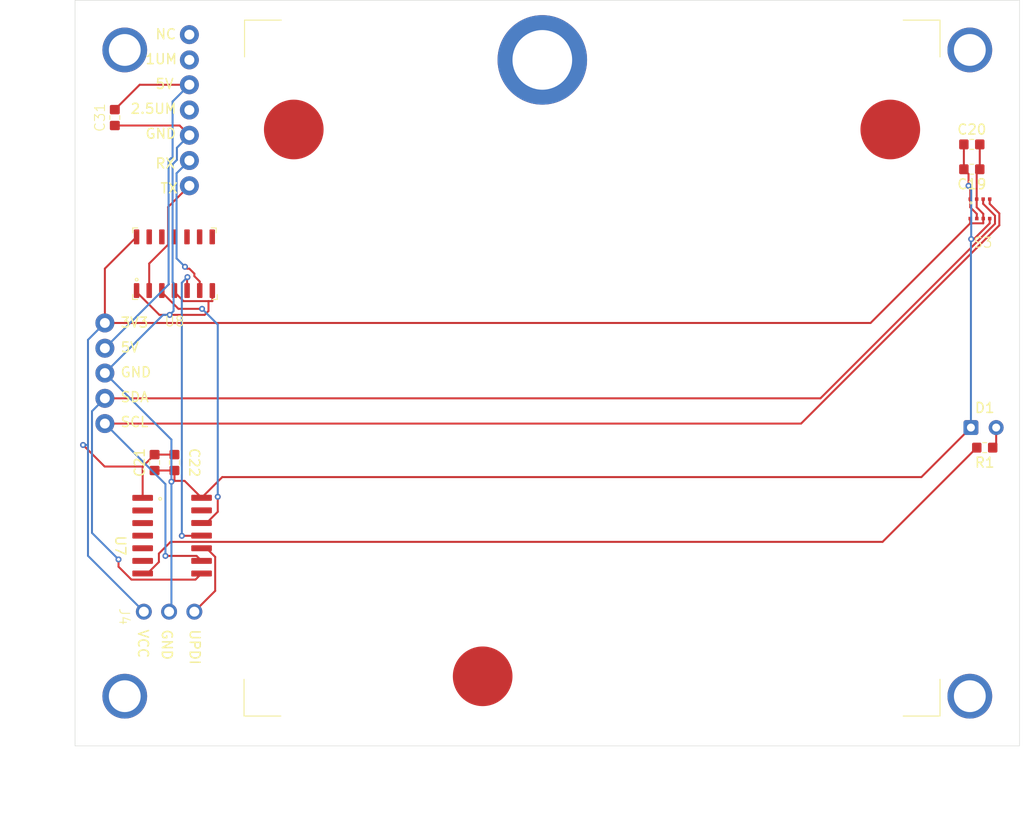
<source format=kicad_pcb>
(kicad_pcb (version 20241229) (generator "pcbnew") (generator_version "9.0")
  (layers (0 "F.Cu" signal) (2 "B.Cu" signal) (13 "F.Paste" user) (15 "B.Paste" user) (5 "F.SilkS" user "F.Silkscreen") (7 "B.SilkS" user "B.Silkscreen") (1 "F.Mask" user) (3 "B.Mask" user) (25 "Edge.Cuts" user))
  (net 0 "")
  (net 1 "3V3")
  (net 2 "GND")
  (net 3 "5V")
  (net 4 "SCL")
  (net 5 "SDA")
  (net 6 "UPDI")
  (net 9 "PM_TX")
  (net 11 "PM_RX")
  (net 17 "AT_CLIM_RX")
  (net 19 "AT_CLIM_TX")
  (net 20 "Net-(D1-A)")
  (net 27 "STATUS_LED")
  (footprint "air_sens_foots:mounting_hole" (layer "F.Cu") (at 116.9 145.7)
    (property "Reference" "REF**" (hide yes))
    (property "Value" "mounting_hole")
    (pad "" thru_hole circle (at 0.1 -9.7) (size 4.5 4.5) (drill 3.2) (layers "*.Cu" "*.Mask"))
  )
  (footprint "common:C_0603" (layer "F.Cu") (at 116 77.8 90)
    (property "Reference" "C31" (at 0 -1.5 90) (layer "F.SilkS") (effects (font (thickness 0.1))))
    (property "Value" "100nF")
    (fp_line (start -0.2 -0.5) (end 0.2 -0.5) (stroke (width 0.1)) (layer "F.SilkS"))
    (fp_line (start -0.2 0.5) (end 0.2 0.5) (stroke (width 0.1)) (layer "F.SilkS"))
    (pad "1" smd roundrect (at -0.8 0 90) (size 0.95 1) (layers "F.Cu" "F.Mask" "F.Paste") (roundrect_rratio 0.15) (net 2 "GND"))
    (pad "2" smd roundrect (at 0.8 0 90) (size 0.95 1) (layers "F.Cu" "F.Mask" "F.Paste") (roundrect_rratio 0.15) (net 3 "5V"))
  )
  (footprint "air_sens_foots:ATtiny_Programming_Header" (layer "F.Cu") (at 121.46 132)
    (property "Reference" "J4" (at -4.5 -4 270) (layer "F.SilkS") (effects (font (thickness 0.1))))
    (property "Value" "~")
    (fp_text user "GND" (at -0.8 -2.8 270) (layer "F.SilkS") (effects (justify left bottom)))
    (fp_text user "VCC" (at -3.2 -2.8 270) (layer "F.SilkS") (effects (justify left bottom)))
    (fp_text user "UPDI" (at 2 -2.8 270) (layer "F.SilkS") (effects (justify left bottom)))
    (pad "1" thru_hole circle (at -2.54 -4.5 90) (size 1.6 1.6) (drill 1) (layers "*.Cu" "*.Mask") (net 1 "3V3"))
    (pad "2" thru_hole circle (at 0 -4.5 90) (size 1.6 1.6) (drill 1) (layers "*.Cu" "*.Mask") (net 2 "GND"))
    (pad "3" thru_hole circle (at 2.54 -4.5 90) (size 1.6 1.6) (drill 1) (layers "*.Cu" "*.Mask") (net 6 "UPDI"))
  )
  (footprint "air_sens_foots:mounting_hole" (layer "F.Cu") (at 201.9 80.7)
    (property "Reference" "REF**" (hide yes))
    (property "Value" "mounting_hole")
    (pad "" thru_hole circle (at 0.1 -9.7) (size 4.5 4.5) (drill 3.2) (layers "*.Cu" "*.Mask"))
  )
  (footprint "air_sens_foots:ATtiny1614" (layer "F.Cu") (at 116.0625 120.85 -90)
    (property "Reference" "U7" (at 0 -0.5 270) (layer "F.SilkS"))
    (property "Value" "ATtiny1614")
    (fp_circle (center -4.7 -4.5) (end -4.6 -4.6) (stroke (width 0.1)) (fill no) (layer "F.SilkS"))
    (pad "1" smd roundrect (at -4.8 -2.7375) (size 2.075 0.6) (layers "F.Cu" "F.Mask" "F.Paste") (roundrect_rratio 0.15) (net 1 "3V3"))
    (pad "2" smd roundrect (at -3.53 -2.7375) (size 2.075 0.6) (layers "F.Cu" "F.Mask" "F.Paste") (roundrect_rratio 0.15))
    (pad "3" smd roundrect (at -2.26 -2.7375) (size 2.075 0.6) (layers "F.Cu" "F.Mask" "F.Paste") (roundrect_rratio 0.15))
    (pad "4" smd roundrect (at -0.995 -2.7375) (size 2.075 0.59) (layers "F.Cu" "F.Mask" "F.Paste") (roundrect_rratio 0.15))
    (pad "5" smd roundrect (at 0.27 -2.7375) (size 2.075 0.6) (layers "F.Cu" "F.Mask" "F.Paste") (roundrect_rratio 0.15))
    (pad "6" smd roundrect (at 1.54 -2.7375) (size 2.075 0.6) (layers "F.Cu" "F.Mask" "F.Paste") (roundrect_rratio 0.15))
    (pad "7" smd roundrect (at 2.805 -2.7375) (size 2.075 0.59) (layers "F.Cu" "F.Mask" "F.Paste") (roundrect_rratio 0.15) (net 27 "STATUS_LED"))
    (pad "8" smd roundrect (at 2.81 -8.6625) (size 2.075 0.6) (layers "F.Cu" "F.Mask" "F.Paste") (roundrect_rratio 0.15) (net 5 "SDA"))
    (pad "9" smd roundrect (at 1.54 -8.6625) (size 2.075 0.6) (layers "F.Cu" "F.Mask" "F.Paste") (roundrect_rratio 0.15) (net 4 "SCL"))
    (pad "10" smd roundrect (at 0.27 -8.6625) (size 2.075 0.6) (layers "F.Cu" "F.Mask" "F.Paste") (roundrect_rratio 0.15) (net 6 "UPDI"))
    (pad "11" smd roundrect (at -1 -8.6625) (size 2.075 0.6) (layers "F.Cu" "F.Mask" "F.Paste") (roundrect_rratio 0.15) (net 19 "AT_CLIM_TX"))
    (pad "12" smd roundrect (at -2.27 -8.6625) (size 2.075 0.6) (layers "F.Cu" "F.Mask" "F.Paste") (roundrect_rratio 0.15) (net 17 "AT_CLIM_RX"))
    (pad "13" smd roundrect (at -3.54 -8.6625) (size 2.075 0.6) (layers "F.Cu" "F.Mask" "F.Paste") (roundrect_rratio 0.15))
    (pad "14" smd roundrect (at -4.805 -8.6625) (size 2.075 0.61) (layers "F.Cu" "F.Mask" "F.Paste") (roundrect_rratio 0.15) (net 2 "GND"))
  )
  (footprint "common:C_0603" (layer "F.Cu") (at 120 112.5 90)
    (property "Reference" "C21" (at 0 -1.5 90) (layer "F.SilkS"))
    (property "Value" "100nF")
    (fp_line (start -0.2 -0.5) (end 0.2 -0.5) (stroke (width 0.1)) (layer "F.SilkS"))
    (fp_line (start -0.2 0.5) (end 0.2 0.5) (stroke (width 0.1)) (layer "F.SilkS"))
    (pad "1" smd roundrect (at -0.8 0 90) (size 0.95 1) (layers "F.Cu" "F.Mask" "F.Paste") (roundrect_rratio 0.15) (net 2 "GND"))
    (pad "2" smd roundrect (at 0.8 0 90) (size 0.95 1) (layers "F.Cu" "F.Mask" "F.Paste") (roundrect_rratio 0.15) (net 1 "3V3"))
  )
  (footprint "air_sens_foots:SN74LVC125" (layer "F.Cu") (at 122 92.5)
    (property "Reference" "U8" (at 0 5.8 0) (layer "F.SilkS") (effects (font (thickness 0.1))))
    (property "Value" "buffer")
    (fp_line (start -4.2 -3.6) (end -3.7 -3.6) (stroke (width 0.1)) (layer "F.SilkS"))
    (fp_line (start -4.2 -3.1) (end -4.2 -3.6) (stroke (width 0.1)) (layer "F.SilkS"))
    (fp_line (start -4.2 3.6) (end -4.2 3.1) (stroke (width 0.1)) (layer "F.SilkS"))
    (fp_line (start -3.7 3.6) (end -4.2 3.6) (stroke (width 0.1)) (layer "F.SilkS"))
    (fp_line (start 3.7 -3.6) (end 4.2 -3.6) (stroke (width 0.1)) (layer "F.SilkS"))
    (fp_line (start 4.2 -3.6) (end 4.2 -3.1) (stroke (width 0.1)) (layer "F.SilkS"))
    (fp_line (start 4.3 3.1) (end 4.3 3.6) (stroke (width 0.1)) (layer "F.SilkS"))
    (fp_line (start 4.3 3.6) (end 3.8 3.6) (stroke (width 0.1)) (layer "F.SilkS"))
    (fp_circle (center -3.8 1.6) (end -3.7 1.5) (stroke (width 0.1)) (fill no) (layer "F.SilkS"))
    (pad "1" smd roundrect (at -3.81 2.7) (size 0.55 1.5) (layers "F.Cu" "F.Mask" "F.Paste") (roundrect_rratio 0.15) (net 2 "GND") (clearance 0.07))
    (pad "2" smd roundrect (at -2.54 2.7) (size 0.55 1.5) (layers "F.Cu" "F.Mask" "F.Paste") (roundrect_rratio 0.15) (net 9 "PM_TX") (clearance 0.07))
    (pad "3" smd roundrect (at -1.27 2.7) (size 0.55 1.5) (layers "F.Cu" "F.Mask" "F.Paste") (roundrect_rratio 0.15) (net 17 "AT_CLIM_RX") (clearance 0.07))
    (pad "4" smd roundrect (at 0 2.7) (size 0.55 1.5) (layers "F.Cu" "F.Mask" "F.Paste") (roundrect_rratio 0.15) (net 2 "GND") (clearance 0.07))
    (pad "5" smd roundrect (at 1.27 2.7) (size 0.55 1.5) (layers "F.Cu" "F.Mask" "F.Paste") (roundrect_rratio 0.15) (net 19 "AT_CLIM_TX") (clearance 0.07))
    (pad "6" smd roundrect (at 2.54 2.7) (size 0.55 1.5) (layers "F.Cu" "F.Mask" "F.Paste") (roundrect_rratio 0.15) (net 11 "PM_RX") (clearance 0.07))
    (pad "7" smd roundrect (at 3.81 2.7) (size 0.55 1.5) (layers "F.Cu" "F.Mask" "F.Paste") (roundrect_rratio 0.15) (net 2 "GND") (clearance 0.07))
    (pad "8" smd roundrect (at 3.8 -2.7) (size 0.55 1.5) (layers "F.Cu" "F.Mask" "F.Paste") (roundrect_rratio 0.15) (clearance 0.07))
    (pad "9" smd roundrect (at 2.53 -2.7) (size 0.55 1.5) (layers "F.Cu" "F.Mask" "F.Paste") (roundrect_rratio 0.15) (clearance 0.07))
    (pad "10" smd roundrect (at 1.26 -2.7) (size 0.55 1.5) (layers "F.Cu" "F.Mask" "F.Paste") (roundrect_rratio 0.15) (clearance 0.07))
    (pad "11" smd roundrect (at -0.01 -2.7) (size 0.55 1.5) (layers "F.Cu" "F.Mask" "F.Paste") (roundrect_rratio 0.15) (clearance 0.07))
    (pad "12" smd roundrect (at -1.27 -2.7) (size 0.55 1.5) (layers "F.Cu" "F.Mask" "F.Paste") (roundrect_rratio 0.15) (clearance 0.07))
    (pad "13" smd roundrect (at -2.54 -2.7) (size 0.55 1.5) (layers "F.Cu" "F.Mask" "F.Paste") (roundrect_rratio 0.15) (clearance 0.07))
    (pad "14" smd roundrect (at -3.81 -2.7) (size 0.55 1.5) (layers "F.Cu" "F.Mask" "F.Paste") (roundrect_rratio 0.15) (net 1 "3V3") (clearance 0.07))
  )
  (footprint "air_sens_foots:BME280" (layer "F.Cu") (at 203.02 86.98)
    (property "Reference" "S3" (at 0.3 3.4 0) (layer "F.SilkS") (effects (font (thickness 0.1))))
    (property "Value" "BME280")
    (fp_circle (center -0.9 -0.6) (end -1 -0.6) (stroke (width 0.1)) (fill no) (layer "F.SilkS"))
    (pad "1" smd rect (at -0.98 -0.98 90) (size 0.35 0.35) (layers "F.Cu" "F.Mask" "F.Paste") (net 2 "GND"))
    (pad "2" smd rect (at -0.33 -0.98 90) (size 0.35 0.35) (layers "F.Cu" "F.Mask" "F.Paste") (net 1 "3V3"))
    (pad "3" smd rect (at 0.32 -0.98 180) (size 0.35 0.35) (layers "F.Cu" "F.Mask" "F.Paste") (net 5 "SDA"))
    (pad "4" smd rect (at 0.98 -0.98 90) (size 0.35 0.35) (layers "F.Cu" "F.Mask" "F.Paste") (net 4 "SCL"))
    (pad "5" smd rect (at 0.98 0.98 90) (size 0.35 0.35) (layers "F.Cu" "F.Mask" "F.Paste") (net 2 "GND"))
    (pad "6" smd rect (at 0.33 0.98 90) (size 0.35 0.35) (layers "F.Cu" "F.Mask" "F.Paste") (net 1 "3V3"))
    (pad "7" smd rect (at -0.32 0.98 90) (size 0.35 0.35) (layers "F.Cu" "F.Mask" "F.Paste") (net 2 "GND"))
    (pad "8" smd rect (at -0.98 0.98 90) (size 0.35 0.35) (layers "F.Cu" "F.Mask" "F.Paste") (net 1 "3V3"))
  )
  (footprint "air_sens_foots:GPIO_HEADER" (layer "F.Cu") (at 110.9 103.44 -90)
    (property "Reference" "G1" (hide yes))
    (property "Value" "~")
    (fp_text user "3V3" (at -4.44 -5.6 0) (layer "F.SilkS") (effects (justify left bottom)))
    (fp_text user "GND" (at 0.56 -5.6 0) (layer "F.SilkS") (effects (justify left bottom)))
    (fp_text user "SDA" (at 3.06 -5.6 0) (layer "F.SilkS") (effects (justify left bottom)))
    (fp_text user "5V" (at -1.94 -5.6 0) (layer "F.SilkS") (effects (justify left bottom)))
    (fp_text user "SCL" (at 5.56 -5.6 0) (layer "F.SilkS") (effects (justify left bottom)))
    (pad "1" thru_hole circle (at -4.98 -4.1 270) (size 1.905 1.905) (drill 1) (layers "*.Cu" "*.Mask") (net 1 "3V3"))
    (pad "2" thru_hole circle (at -2.44 -4.1 270) (size 1.905 1.905) (drill 1) (layers "*.Cu" "*.Mask") (net 3 "5V"))
    (pad "3" thru_hole circle (at 0.06 -4.1 270) (size 1.905 1.905) (drill 1) (layers "*.Cu" "*.Mask") (net 2 "GND"))
    (pad "4" thru_hole circle (at 2.6 -4.1 270) (size 1.905 1.905) (drill 1) (layers "*.Cu" "*.Mask") (net 5 "SDA"))
    (pad "5" thru_hole circle (at 5.14 -4.1 270) (size 1.905 1.905) (drill 1) (layers "*.Cu" "*.Mask") (net 4 "SCL"))
  )
  (footprint "air_sens_foots:mounting_hole" (layer "F.Cu") (at 116.9 80.7)
    (property "Reference" "REF**" (hide yes))
    (property "Value" "mounting_hole")
    (pad "" thru_hole circle (at 0.1 -9.7) (size 4.5 4.5) (drill 3.2) (layers "*.Cu" "*.Mask"))
  )
  (footprint "common:C_0603" (layer "F.Cu") (at 122 112.5 90)
    (property "Reference" "C22" (at 0 2 270) (layer "F.SilkS"))
    (property "Value" "100nF")
    (fp_line (start -0.2 -0.5) (end 0.2 -0.5) (stroke (width 0.1)) (layer "F.SilkS"))
    (fp_line (start -0.2 0.5) (end 0.2 0.5) (stroke (width 0.1)) (layer "F.SilkS"))
    (pad "1" smd roundrect (at -0.8 0 90) (size 0.95 1) (layers "F.Cu" "F.Mask" "F.Paste") (roundrect_rratio 0.15) (net 2 "GND"))
    (pad "2" smd roundrect (at 0.8 0 90) (size 0.95 1) (layers "F.Cu" "F.Mask" "F.Paste") (roundrect_rratio 0.15) (net 1 "3V3"))
  )
  (footprint "common:C_0603" (layer "F.Cu") (at 202.2 83 180)
    (property "Reference" "C19" (at 0 -1.5 0) (layer "F.SilkS"))
    (property "Value" "100nF")
    (fp_line (start -0.2 0.5) (end 0.2 0.5) (stroke (width 0.1)) (layer "F.SilkS"))
    (fp_line (start -0.2 -0.5) (end 0.2 -0.5) (stroke (width 0.1)) (layer "F.SilkS"))
    (pad "1" smd roundrect (at -0.8 0 180) (size 0.95 1) (layers "F.Cu" "F.Mask" "F.Paste") (roundrect_rratio 0.15) (net 1 "3V3"))
    (pad "2" smd roundrect (at 0.8 0 180) (size 0.95 1) (layers "F.Cu" "F.Mask" "F.Paste") (roundrect_rratio 0.15) (net 2 "GND"))
  )
  (footprint "air_sens_foots:SDS011" (layer "F.Cu") (at 122.2 75.74 -90)
    (property "Reference" "S4" (hide yes))
    (property "Value" "SDS011")
    (fp_text user "1UM" (at -3.24 3.2 0) (layer "F.SilkS") (effects (justify left bottom)))
    (fp_text user "NC" (at -5.74 2.2 0) (layer "F.SilkS") (effects (justify left bottom)))
    (fp_text user "GND" (at 4.26 3.2 0) (layer "F.SilkS") (effects (justify left bottom)))
    (fp_text user "2.5UM" (at 1.76 4.7 0) (layer "F.SilkS") (effects (justify left bottom)))
    (fp_text user "5V" (at -0.74 2.2 0) (layer "F.SilkS") (effects (justify left bottom)))
    (fp_text user "RX" (at 7.26 2.2 0) (layer "F.SilkS") (effects (justify left bottom)))
    (fp_text user "TX" (at 9.76 1.7 0) (layer "F.SilkS") (effects (justify left bottom)))
    (pad "1" thru_hole circle (at -6.28 -1.3 270) (size 1.905 1.905) (drill 1) (layers "*.Cu" "*.Mask"))
    (pad "2" thru_hole circle (at -3.74 -1.3 270) (size 1.905 1.905) (drill 1) (layers "*.Cu" "*.Mask"))
    (pad "3" thru_hole circle (at -1.24 -1.3 270) (size 1.905 1.905) (drill 1) (layers "*.Cu" "*.Mask") (net 3 "5V"))
    (pad "4" thru_hole circle (at 1.3 -1.3 270) (size 1.905 1.905) (drill 1) (layers "*.Cu" "*.Mask"))
    (pad "5" thru_hole circle (at 3.84 -1.3 270) (size 1.905 1.905) (drill 1) (layers "*.Cu" "*.Mask") (net 2 "GND"))
    (pad "6" thru_hole circle (at 6.38 -1.3 270) (size 1.905 1.905) (drill 1) (layers "*.Cu" "*.Mask") (net 11 "PM_RX"))
    (pad "7" thru_hole circle (at 8.92 -1.3 270) (size 1.905 1.905) (drill 1) (layers "*.Cu" "*.Mask") (net 9 "PM_TX"))
  )
  (footprint "air_sens_foots:mounting_hole" (layer "F.Cu") (at 201.9 145.7)
    (property "Reference" "REF**" (hide yes))
    (property "Value" "mounting_hole")
    (pad "" thru_hole circle (at 0.1 -9.7) (size 4.5 4.5) (drill 3.2) (layers "*.Cu" "*.Mask"))
  )
  (footprint "common:C_0603" (layer "F.Cu") (at 202.2 80.5)
    (property "Reference" "C20" (at 0 -1.5 0) (layer "F.SilkS"))
    (property "Value" "100nF")
    (fp_line (start -0.2 -0.5) (end 0.2 -0.5) (stroke (width 0.1)) (layer "F.SilkS"))
    (fp_line (start -0.2 0.5) (end 0.2 0.5) (stroke (width 0.1)) (layer "F.SilkS"))
    (pad "1" smd roundrect (at -0.8 0) (size 0.95 1) (layers "F.Cu" "F.Mask" "F.Paste") (roundrect_rratio 0.15) (net 2 "GND"))
    (pad "2" smd roundrect (at 0.8 0) (size 0.95 1) (layers "F.Cu" "F.Mask" "F.Paste") (roundrect_rratio 0.15) (net 1 "3V3"))
  )
  (footprint "common:LED_3mm_THT" (layer "F.Cu") (at 203.45 111.98)
    (property "Reference" "D1" (at 0.05 -4.98 0) (layer "F.SilkS"))
    (property "Value" "~")
    (pad "1" thru_hole roundrect (at -1.34 -3) (size 1.5 1.5) (drill 0.8) (layers "*.Cu" "*.Mask") (roundrect_rratio 0.1666666667) (net 2 "GND"))
    (pad "2" thru_hole circle (at 1.2 -3) (size 1.5 1.5) (drill 0.8) (layers "*.Cu" "*.Mask") (net 20 "Net-(D1-A)"))
  )
  (footprint "air_sens_foots:SDS011_MOUNT" (layer "F.Cu") (at 164 103)
    (property "Reference" "REF**" (hide yes))
    (property "Value" "SDS011_MOUNT")
    (fp_line (start -35 31.3) (end -35 35) (stroke (width 0.1)) (layer "F.SilkS"))
    (fp_line (start -34.95 -31.3) (end -34.95 -35) (stroke (width 0.1)) (layer "F.SilkS"))
    (fp_line (start -31.3 35) (end -35 35) (stroke (width 0.1)) (layer "F.SilkS"))
    (fp_line (start -31.25 -35) (end -34.95 -35) (stroke (width 0.1)) (layer "F.SilkS"))
    (fp_line (start 31.3 -35) (end 35 -35) (stroke (width 0.1)) (layer "F.SilkS"))
    (fp_line (start 31.3 35) (end 35 35) (stroke (width 0.1)) (layer "F.SilkS"))
    (fp_line (start 35 -31.3) (end 35 -35) (stroke (width 0.1)) (layer "F.SilkS"))
    (fp_line (start 35 31.3) (end 35 35) (stroke (width 0.1)) (layer "F.SilkS"))
    (pad "1" smd circle (at 30 -24) (size 6 6) (layers "F.Cu" "F.Mask" "F.Paste"))
    (pad "2" smd circle (at -30 -24) (size 6 6) (layers "F.Cu" "F.Mask" "F.Paste"))
    (pad "3" smd circle (at -11 31) (size 6 6) (layers "F.Cu" "F.Mask" "F.Paste"))
    (pad "4" thru_hole circle (at -5 -31) (size 9 9) (drill 6) (layers "*.Cu" "*.Mask"))
  )
  (footprint "common:R_0603" (layer "F.Cu") (at 203.5 111)
    (property "Reference" "R1" (at 0 1.5 0) (layer "F.SilkS"))
    (property "Value" "220")
    (fp_line (start -0.2 -0.5) (end 0.2 -0.5) (stroke (width 0.1)) (layer "F.SilkS"))
    (fp_line (start -0.2 0.5) (end 0.2 0.5) (stroke (width 0.1)) (layer "F.SilkS"))
    (pad "1" smd roundrect (at -0.8 0) (size 0.95 1) (layers "F.Cu" "F.Mask" "F.Paste") (roundrect_rratio 0.15) (net 27 "STATUS_LED"))
    (pad "2" smd roundrect (at 0.8 0) (size 0.95 1) (layers "F.Cu" "F.Mask" "F.Paste") (roundrect_rratio 0.15) (net 20 "Net-(D1-A)"))
  )
  (gr_rect (start 112 66) (end 207 141) (stroke (width 0.05)) (fill no) (layer "Edge.Cuts"))
  (segment (start 120 111.7) (end 122 111.7) (width 0.2) (layer "F.Cu") (net 1))
  (segment (start 114.9766 112.9) (end 112.8064 110.7298) (width 0.2) (layer "F.Cu") (net 1))
  (segment (start 203 83) (end 202.69 83.31) (width 0.2) (layer "F.Cu") (net 1))
  (segment (start 118.8 116.05) (end 118.8 112.9) (width 0.2) (layer "F.Cu") (net 1))
  (segment (start 192.0167 98.46) (end 202.04 88.4367) (width 0.2) (layer "F.Cu") (net 1))
  (segment (start 118.8 112.9) (end 120 111.7) (width 0.2) (layer "F.Cu") (net 1))
  (segment (start 203.35 88.4367) (end 202.04 88.4367) (width 0.2) (layer "F.Cu") (net 1))
  (segment (start 115 98.46) (end 192.0167 98.46) (width 0.2) (layer "F.Cu") (net 1))
  (segment (start 202.04 87.96) (end 202.04 88.4367) (width 0.2) (layer "F.Cu") (net 1))
  (segment (start 202.69 86) (end 202.69 86.8233) (width 0.2) (layer "F.Cu") (net 1))
  (segment (start 202.69 83.31) (end 202.69 86) (width 0.2) (layer "F.Cu") (net 1))
  (segment (start 203.35 87.96) (end 203.35 88.4367) (width 0.2) (layer "F.Cu") (net 1))
  (segment (start 203.35 87.96) (end 203.35 87.4833) (width 0.2) (layer "F.Cu") (net 1))
  (segment (start 202.69 86.8233) (end 203.35 87.4833) (width 0.2) (layer "F.Cu") (net 1))
  (segment (start 203 80.5) (end 203 83) (width 0.2) (layer "F.Cu") (net 1))
  (segment (start 115 92.99) (end 115 98.46) (width 0.2) (layer "F.Cu") (net 1))
  (segment (start 118.8 112.9) (end 114.9766 112.9) (width 0.2) (layer "F.Cu") (net 1))
  (segment (start 118.19 89.8) (end 115 92.99) (width 0.2) (layer "F.Cu") (net 1))
  (via (at 112.8064 110.7298) (size 0.6) (drill 0.3) (layers "F.Cu" "B.Cu") (net 1))
  (segment (start 115 98.46) (end 113.3011 100.1589) (width 0.2) (layer "B.Cu") (net 1))
  (segment (start 113.3011 110.7298) (end 113.3011 121.8811) (width 0.2) (layer "B.Cu") (net 1))
  (segment (start 113.3011 121.8811) (end 118.92 127.5) (width 0.2) (layer "B.Cu") (net 1))
  (segment (start 113.3011 100.1589) (end 113.3011 110.7298) (width 0.2) (layer "B.Cu") (net 1))
  (segment (start 112.8064 110.7298) (end 113.3011 110.7298) (width 0.2) (layer "B.Cu") (net 1))
  (segment (start 122 95.3532) (end 122.9085 96.2617) (width 0.2) (layer "F.Cu") (net 2))
  (segment (start 204 87.96) (end 204 88.4367) (width 0.2) (layer "F.Cu") (net 2))
  (segment (start 201.4 80.5) (end 201.4 83) (width 0.2) (layer "F.Cu") (net 2))
  (segment (start 202.411 90.0257) (end 202.1389 90.0257) (width 0.2) (layer "F.Cu") (net 2))
  (segment (start 201.87 84.6627) (end 201.87 83.47) (width 0.2) (layer "F.Cu") (net 2))
  (segment (start 122 114.3426) (end 121.7735 114.3426) (width 0.2) (layer "F.Cu") (net 2))
  (segment (start 122.9085 96.2617) (end 125.4225 96.2617) (width 0.2) (layer "F.Cu") (net 2))
  (segment (start 202.7 87.96) (end 202.7 87.4833) (width 0.2) (layer "F.Cu") (net 2))
  (segment (start 120.4854 97.6463) (end 118.19 95.3509) (width 0.2) (layer "F.Cu") (net 2))
  (segment (start 202.04 86) (end 202.04 86.8233) (width 0.2) (layer "F.Cu") (net 2))
  (segment (start 122.52 78.6) (end 123.5 79.58) (width 0.2) (layer "F.Cu") (net 2))
  (segment (start 118.19 95.3509) (end 118.19 95.2) (width 0.2) (layer "F.Cu") (net 2))
  (segment (start 197.1269 113.9631) (end 126.8069 113.9631) (width 0.2) (layer "F.Cu") (net 2))
  (segment (start 204 88.4367) (end 202.411 90.0257) (width 0.2) (layer "F.Cu") (net 2))
  (segment (start 202.04 86.8233) (end 202.7 87.4833) (width 0.2) (layer "F.Cu") (net 2))
  (segment (start 202.04 84.8327) (end 201.87 84.6627) (width 0.2) (layer "F.Cu") (net 2))
  (segment (start 125.81 95.2) (end 125.81 96.2617) (width 0.2) (layer "F.Cu") (net 2))
  (segment (start 202.11 108.98) (end 197.1269 113.9631) (width 0.2) (layer "F.Cu") (net 2))
  (segment (start 125.0351 97.6463) (end 121.521 97.6463) (width 0.2) (layer "F.Cu") (net 2))
  (segment (start 121.521 97.6463) (end 120.4854 97.6463) (width 0.2) (layer "F.Cu") (net 2))
  (segment (start 126.8069 113.9631) (end 124.725 116.045) (width 0.2) (layer "F.Cu") (net 2))
  (segment (start 125.4225 96.2617) (end 125.81 96.2617) (width 0.2) (layer "F.Cu") (net 2))
  (segment (start 201.87 83.47) (end 201.4 83) (width 0.2) (layer "F.Cu") (net 2))
  (segment (start 122 95.2) (end 122 95.3532) (width 0.2) (layer "F.Cu") (net 2))
  (segment (start 121.7735 114.3426) (end 121.6942 114.4219) (width 0.2) (layer "F.Cu") (net 2))
  (segment (start 124.725 116.045) (end 123.0226 114.3426) (width 0.2) (layer "F.Cu") (net 2))
  (segment (start 120 113.3) (end 122 113.3) (width 0.2) (layer "F.Cu") (net 2))
  (segment (start 116 78.6) (end 122.52 78.6) (width 0.2) (layer "F.Cu") (net 2))
  (segment (start 122 114.3426) (end 122 113.3) (width 0.2) (layer "F.Cu") (net 2))
  (segment (start 123.0226 114.3426) (end 122 114.3426) (width 0.2) (layer "F.Cu") (net 2))
  (segment (start 125.4225 97.2589) (end 125.0351 97.6463) (width 0.2) (layer "F.Cu") (net 2))
  (segment (start 202.04 86) (end 202.04 84.8327) (width 0.2) (layer "F.Cu") (net 2))
  (segment (start 125.4225 96.2617) (end 125.4225 97.2589) (width 0.2) (layer "F.Cu") (net 2))
  (via (at 202.1389 90.0257) (size 0.6) (drill 0.3) (layers "F.Cu" "B.Cu") (net 2))
  (via (at 121.521 97.6463) (size 0.6) (drill 0.3) (layers "F.Cu" "B.Cu") (net 2))
  (via (at 121.6942 114.4219) (size 0.6) (drill 0.3) (layers "F.Cu" "B.Cu") (net 2))
  (via (at 201.87 84.6627) (size 0.6) (drill 0.3) (layers "F.Cu" "B.Cu") (net 2))
  (segment (start 202.11 90.0546) (end 202.11 108.98) (width 0.2) (layer "B.Cu") (net 2))
  (segment (start 123.5 79.58) (end 122.2458 80.8342) (width 0.2) (layer "B.Cu") (net 2))
  (segment (start 122.2458 80.8342) (end 122.2458 82.0593) (width 0.2) (layer "B.Cu") (net 2))
  (segment (start 121.911 94.4549) (end 121.911 97.2563) (width 0.2) (layer "B.Cu") (net 2))
  (segment (start 121.811 82.4941) (end 121.811 94.3549) (width 0.2) (layer "B.Cu") (net 2))
  (segment (start 120.8537 97.6463) (end 115 103.5) (width 0.2) (layer "B.Cu") (net 2))
  (segment (start 202.1389 90.0257) (end 202.11 90.0546) (width 0.2) (layer "B.Cu") (net 2))
  (segment (start 121.46 127.5) (end 121.6942 127.2658) (width 0.2) (layer "B.Cu") (net 2))
  (segment (start 121.6942 114.4219) (end 121.6942 110.1942) (width 0.2) (layer "B.Cu") (net 2))
  (segment (start 121.521 97.6463) (end 120.8537 97.6463) (width 0.2) (layer "B.Cu") (net 2))
  (segment (start 201.87 84.6627) (end 202.1389 84.9316) (width 0.2) (layer "B.Cu") (net 2))
  (segment (start 121.811 94.3549) (end 121.911 94.4549) (width 0.2) (layer "B.Cu") (net 2))
  (segment (start 121.6942 127.2658) (end 121.6942 114.4219) (width 0.2) (layer "B.Cu") (net 2))
  (segment (start 202.1389 84.9316) (end 202.1389 90.0257) (width 0.2) (layer "B.Cu") (net 2))
  (segment (start 122.2458 82.0593) (end 121.811 82.4941) (width 0.2) (layer "B.Cu") (net 2))
  (segment (start 121.6942 110.1942) (end 115 103.5) (width 0.2) (layer "B.Cu") (net 2))
  (segment (start 121.911 97.2563) (end 121.521 97.6463) (width 0.2) (layer "B.Cu") (net 2))
  (segment (start 118.5 74.5) (end 116 77) (width 0.2) (layer "F.Cu") (net 3))
  (segment (start 123.5 74.5) (end 118.5 74.5) (width 0.2) (layer "F.Cu") (net 3))
  (segment (start 121.4093 94.5213) (end 121.444 94.556) (width 0.2) (layer "B.Cu") (net 3))
  (segment (start 121.6447 81.8908) (end 121.4093 82.1262) (width 0.2) (layer "B.Cu") (net 3))
  (segment (start 121.4093 82.1262) (end 121.4093 94.5213) (width 0.2) (layer "B.Cu") (net 3))
  (segment (start 121.811 81.8908) (end 121.6447 81.8908) (width 0.2) (layer "B.Cu") (net 3))
  (segment (start 121.811 76.189) (end 121.811 81.8908) (width 0.2) (layer "B.Cu") (net 3))
  (segment (start 121.444 94.556) (end 115 101) (width 0.2) (layer "B.Cu") (net 3))
  (segment (start 123.5 74.5) (end 121.811 76.189) (width 0.2) (layer "B.Cu") (net 3))
  (segment (start 204 86) (end 204 86.4767) (width 0.2) (layer "F.Cu") (net 4))
  (segment (start 185.0264 108.58) (end 204.9668 88.6396) (width 0.2) (layer "F.Cu") (net 4))
  (segment (start 204.9668 87.4435) (end 204 86.4767) (width 0.2) (layer "F.Cu") (net 4))
  (segment (start 115 108.58) (end 185.0264 108.58) (width 0.2) (layer "F.Cu") (net 4))
  (segment (start 121.0925 121.8891) (end 124.2241 121.8891) (width 0.2) (layer "F.Cu") (net 4))
  (segment (start 204.9668 88.6396) (end 204.9668 87.4435) (width 0.2) (layer "F.Cu") (net 4))
  (segment (start 124.2241 121.8891) (end 124.725 122.39) (width 0.2) (layer "F.Cu") (net 4))
  (via (at 121.0925 121.8891) (size 0.6) (drill 0.3) (layers "F.Cu" "B.Cu") (net 4))
  (segment (start 121.0925 114.6725) (end 115 108.58) (width 0.2) (layer "B.Cu") (net 4))
  (segment (start 121.0925 121.8891) (end 121.0925 114.6725) (width 0.2) (layer "B.Cu") (net 4))
  (segment (start 203.34 86) (end 203.34 86.4767) (width 0.2) (layer "F.Cu") (net 5))
  (segment (start 116.3726 122.973) (end 116.3726 122.2454) (width 0.2) (layer "F.Cu") (net 5))
  (segment (start 117.6751 124.2755) (end 116.3726 122.973) (width 0.2) (layer "F.Cu") (net 5))
  (segment (start 204.5307 87.6674) (end 203.34 86.4767) (width 0.2) (layer "F.Cu") (net 5))
  (segment (start 115 106.04) (end 186.9755 106.04) (width 0.2) (layer "F.Cu") (net 5))
  (segment (start 204.5307 88.4848) (end 204.5307 87.6674) (width 0.2) (layer "F.Cu") (net 5))
  (segment (start 186.9755 106.04) (end 204.5307 88.4848) (width 0.2) (layer "F.Cu") (net 5))
  (segment (start 124.725 123.66) (end 124.1095 124.2755) (width 0.2) (layer "F.Cu") (net 5))
  (segment (start 124.1095 124.2755) (end 117.6751 124.2755) (width 0.2) (layer "F.Cu") (net 5))
  (via (at 116.3726 122.2454) (size 0.6) (drill 0.3) (layers "F.Cu" "B.Cu") (net 5))
  (segment (start 113.7028 119.5756) (end 113.7028 107.3372) (width 0.2) (layer "B.Cu") (net 5))
  (segment (start 113.7028 107.3372) (end 115 106.04) (width 0.2) (layer "B.Cu") (net 5))
  (segment (start 116.3726 122.2454) (end 113.7028 119.5756) (width 0.2) (layer "B.Cu") (net 5))
  (segment (start 124.725 121.12) (end 125.2234 121.12) (width 0.2) (layer "F.Cu") (net 6))
  (segment (start 126.0957 125.4043) (end 124 127.5) (width 0.2) (layer "F.Cu") (net 6))
  (segment (start 126.0957 121.9923) (end 126.0957 125.4043) (width 0.2) (layer "F.Cu") (net 6))
  (segment (start 125.2234 121.12) (end 126.0957 121.9923) (width 0.2) (layer "F.Cu") (net 6))
  (segment (start 121.36 90.5823) (end 119.46 92.4823) (width 0.2) (layer "F.Cu") (net 9))
  (segment (start 123.5 84.66) (end 121.36 86.8) (width 0.2) (layer "F.Cu") (net 9))
  (segment (start 121.36 86.8) (end 121.36 90.5823) (width 0.2) (layer "F.Cu") (net 9))
  (segment (start 119.46 92.4823) (end 119.46 95.2) (width 0.2) (layer "F.Cu") (net 9))
  (segment (start 124.54 94.2918) (end 124 93.7518) (width 0.2) (layer "F.Cu") (net 11))
  (segment (start 124 93.7518) (end 124 93.5) (width 0.2) (layer "F.Cu") (net 11))
  (segment (start 124.54 95.2) (end 124.54 94.2918) (width 0.2) (layer "F.Cu") (net 11))
  (segment (start 123.5 93) (end 124 93.5) (width 0.2) (layer "F.Cu") (net 11))
  (segment (start 123.2482 93) (end 123.5 93) (width 0.2) (layer "F.Cu") (net 11))
  (segment (start 123.0564 92.8082) (end 123.2482 93) (width 0.2) (layer "F.Cu") (net 11))
  (via (at 123.0564 92.8082) (size 0.6) (drill 0.3) (layers "F.Cu" "B.Cu") (net 11))
  (segment (start 122.2127 83.4073) (end 122.2127 91.9645) (width 0.2) (layer "B.Cu") (net 11))
  (segment (start 123.5 82.12) (end 122.2127 83.4073) (width 0.2) (layer "B.Cu") (net 11))
  (segment (start 122.2127 91.9645) (end 123.0564 92.8082) (width 0.2) (layer "B.Cu") (net 11))
  (segment (start 120.73 95.3689) (end 120.73 95.2) (width 0.2) (layer "F.Cu") (net 17))
  (segment (start 124.725 118.58) (end 125.2268 118.58) (width 0.2) (layer "F.Cu") (net 17))
  (segment (start 122.3998 97.0387) (end 120.73 95.3689) (width 0.2) (layer "F.Cu") (net 17))
  (segment (start 124.7765 97.0387) (end 122.3998 97.0387) (width 0.2) (layer "F.Cu") (net 17))
  (segment (start 126.3541 117.4527) (end 126.3541 115.942) (width 0.2) (layer "F.Cu") (net 17))
  (segment (start 125.2268 118.58) (end 126.3541 117.4527) (width 0.2) (layer "F.Cu") (net 17))
  (via (at 124.7765 97.0387) (size 0.6) (drill 0.3) (layers "F.Cu" "B.Cu") (net 17))
  (via (at 126.3541 115.942) (size 0.6) (drill 0.3) (layers "F.Cu" "B.Cu") (net 17))
  (segment (start 126.3541 98.6163) (end 124.7765 97.0387) (width 0.2) (layer "B.Cu") (net 17))
  (segment (start 126.3541 115.942) (end 126.3541 98.6163) (width 0.2) (layer "B.Cu") (net 17))
  (segment (start 123.27 93.8872) (end 123.27 95.2) (width 0.2) (layer "F.Cu") (net 19))
  (segment (start 123.3051 93.8521) (end 123.27 93.8872) (width 0.2) (layer "F.Cu") (net 19))
  (segment (start 124.7083 119.8667) (end 124.725 119.85) (width 0.2) (layer "F.Cu") (net 19))
  (segment (start 122.7407 119.8667) (end 124.7083 119.8667) (width 0.2) (layer "F.Cu") (net 19))
  (via (at 123.3051 93.8521) (size 0.6) (drill 0.3) (layers "F.Cu" "B.Cu") (net 19))
  (via (at 122.7407 119.8667) (size 0.6) (drill 0.3) (layers "F.Cu" "B.Cu") (net 19))
  (segment (start 122.7407 94.4165) (end 123.3051 93.8521) (width 0.2) (layer "B.Cu") (net 19))
  (segment (start 122.7407 119.8667) (end 122.7407 94.4165) (width 0.2) (layer "B.Cu") (net 19))
  (segment (start 204.65 110.65) (end 204.65 108.98) (width 0.2) (layer "F.Cu") (net 20))
  (segment (start 204.3 111) (end 204.65 110.65) (width 0.2) (layer "F.Cu") (net 20))
  (segment (start 202.7 111) (end 193.2216 120.4784) (width 0.2) (layer "F.Cu") (net 27))
  (segment (start 193.2216 120.4784) (end 121.6082 120.4784) (width 0.2) (layer "F.Cu") (net 27))
  (segment (start 120.4323 121.6543) (end 120.4323 122.5066) (width 0.2) (layer "F.Cu") (net 27))
  (segment (start 119.2839 123.655) (end 118.8 123.655) (width 0.2) (layer "F.Cu") (net 27))
  (segment (start 120.4323 122.5066) (end 119.2839 123.655) (width 0.2) (layer "F.Cu") (net 27))
  (segment (start 121.6082 120.4784) (end 120.4323 121.6543) (width 0.2) (layer "F.Cu") (net 27))
)
</source>
